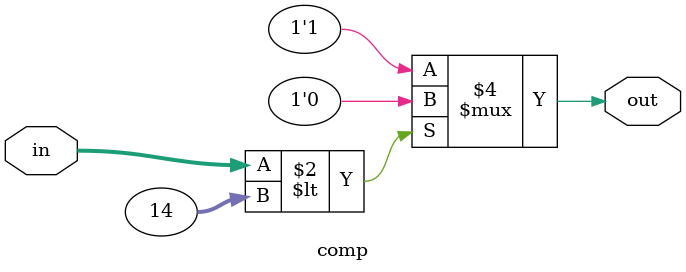
<source format=v>
`timescale 1ns / 1ps

module comp(
    input [3:0] in,
    output reg out
    );
  always @ (*)  
  if( in < 14 )
    out = 0;
  else
    out = 1;  
endmodule

</source>
